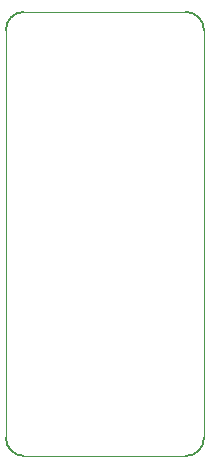
<source format=gbr>
%TF.GenerationSoftware,KiCad,Pcbnew,5.1.10*%
%TF.CreationDate,2021-08-07T23:12:06+02:00*%
%TF.ProjectId,debugconn-2side,64656275-6763-46f6-9e6e-2d3273696465,rev?*%
%TF.SameCoordinates,Original*%
%TF.FileFunction,Profile,NP*%
%FSLAX46Y46*%
G04 Gerber Fmt 4.6, Leading zero omitted, Abs format (unit mm)*
G04 Created by KiCad (PCBNEW 5.1.10) date 2021-08-07 23:12:06*
%MOMM*%
%LPD*%
G01*
G04 APERTURE LIST*
%TA.AperFunction,Profile*%
%ADD10C,0.150000*%
%TD*%
%TA.AperFunction,Profile*%
%ADD11C,0.100000*%
%TD*%
G04 APERTURE END LIST*
D10*
X166878000Y-53086000D02*
G75*
G02*
X168402000Y-54610000I0J-1524000D01*
G01*
X168402000Y-89154000D02*
G75*
G02*
X166878000Y-90678000I-1524000J0D01*
G01*
X153162000Y-90678000D02*
G75*
G02*
X151638000Y-89154000I0J1524000D01*
G01*
X151638000Y-54610000D02*
G75*
G02*
X153162000Y-53086000I1524000J0D01*
G01*
D11*
X168402000Y-54610000D02*
X168402000Y-89154000D01*
X153162000Y-53086000D02*
X166878000Y-53086000D01*
X151638000Y-89154000D02*
X151638000Y-54610000D01*
X166878000Y-90678000D02*
X153162000Y-90678000D01*
M02*

</source>
